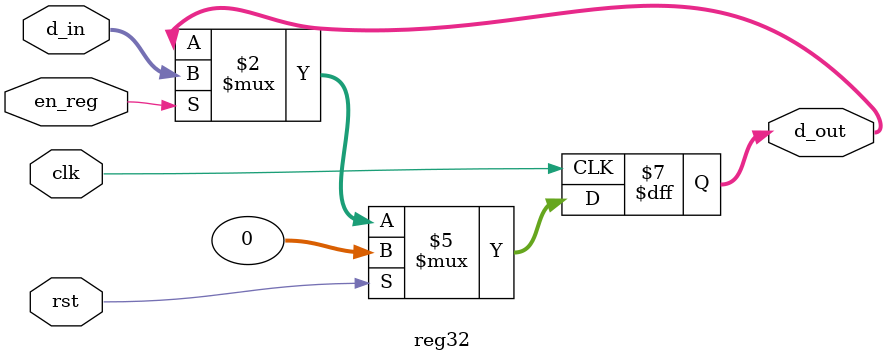
<source format=v>
/**
This module implements a 32-bit register with synchronous reset functionality.
It allows writing data into the register when the enable signal (en_reg) is active, and outputs the stored data on the d_out signal.

input :
	rst : Reset signal
	en_reg : Control signal for write enable
	d_in : Data to be written into the register
output :
    d_out : Data read from the register
*/
module reg32 ( clk, rst, en_reg, d_in, d_out );
    input clk, rst, en_reg;
    input[31:0]	d_in;
    output[31:0] d_out;
    reg [31:0] d_out;
   
    always @( posedge clk ) begin
        if ( rst )
			d_out <= 32'b0;
        else if ( en_reg )
			d_out <= d_in;
    end

endmodule
</source>
